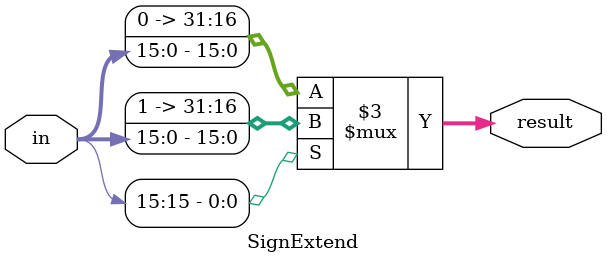
<source format=v>
`timescale 1ns / 1ps
module SignExtend(in, result);

input [15:0] in;
output [31:0]result;
always@(in)
begin
$display("result",result);
end
assign result = (~in[15])? {16'b0 , in}:{16'b1111111111111111 , in};

endmodule

</source>
